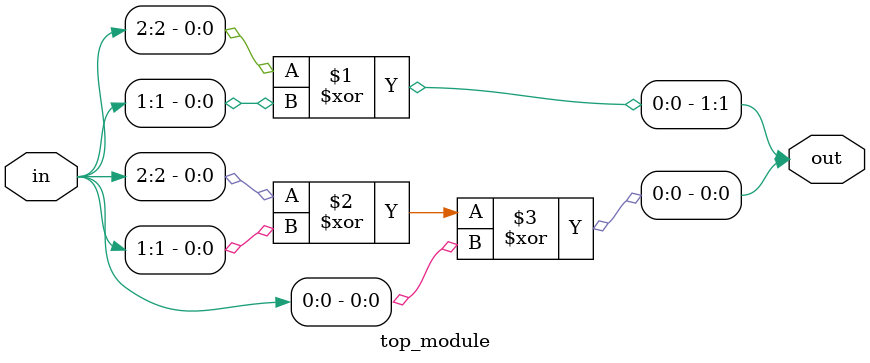
<source format=sv>
module top_module (
	input [2:0] in,
	output [1:0] out
);

	assign out[1] = in[2] ^ in[1];
	assign out[0] = in[2] ^ in[1] ^ in[0];
	
endmodule

</source>
